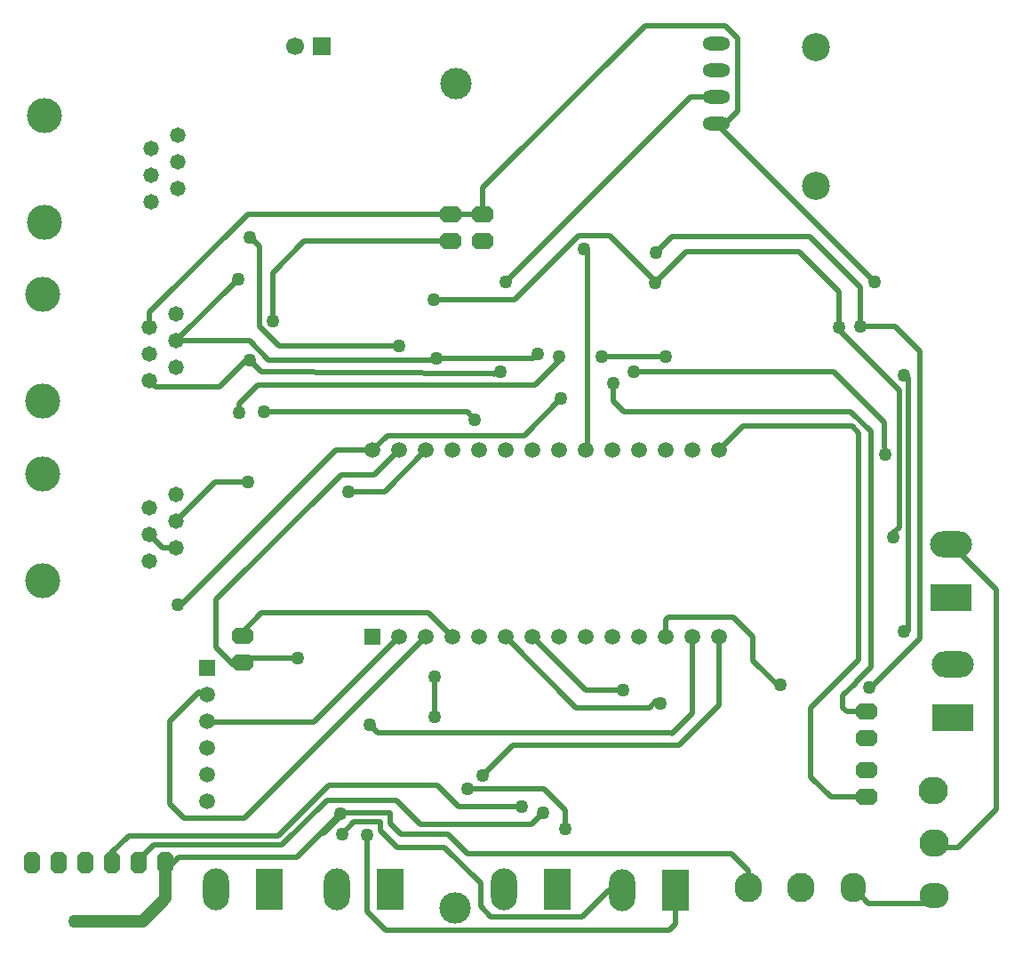
<source format=gbl>
%FSTAX25Y25*%
%MOIN*%
%SFA1B1*%

%IPPOS*%
%AMD65*
4,1,8,-0.025000,-0.030000,0.025000,-0.030000,0.040000,-0.015000,0.040000,0.015000,0.025000,0.030000,-0.025000,0.030000,-0.040000,0.015000,-0.040000,-0.015000,-0.025000,-0.030000,0.0*
%
%AMD68*
4,1,8,0.030000,-0.025000,0.030000,0.025000,0.015000,0.040000,-0.015000,0.040000,-0.030000,0.025000,-0.030000,-0.025000,-0.015000,-0.040000,0.015000,-0.040000,0.030000,-0.025000,0.0*
%
%ADD50C,0.058000*%
%ADD55C,0.047240*%
%ADD59C,0.019680*%
%ADD60C,0.118110*%
%ADD61O,0.102990X0.051500*%
%ADD62O,0.110240X0.102360*%
%ADD63O,0.110240X0.094490*%
%ADD64C,0.105120*%
G04~CAMADD=65~4~0.0~0.0~800.0~600.0~0.0~150.0~0~0.0~0.0~0.0~0.0~0~0.0~0.0~0.0~0.0~0~0.0~0.0~0.0~180.0~800.0~600.0*
%ADD65D65*%
%ADD66R,0.157480X0.098430*%
%ADD67O,0.157480X0.098430*%
G04~CAMADD=68~4~0.0~0.0~800.0~600.0~0.0~150.0~0~0.0~0.0~0.0~0.0~0~0.0~0.0~0.0~0.0~0~0.0~0.0~0.0~270.0~600.0~800.0*
%ADD68D68*%
%ADD69O,0.098430X0.157480*%
%ADD70R,0.098430X0.157480*%
%ADD71O,0.102360X0.110240*%
%ADD72O,0.094490X0.110240*%
%ADD73R,0.066930X0.066930*%
%ADD74C,0.066930*%
%ADD75C,0.131000*%
%ADD76C,0.059060*%
%ADD77R,0.059060X0.059060*%
%ADD78R,0.059060X0.059060*%
%ADD79C,0.059060*%
%ADD80C,0.050000*%
%LNmulti-sensor_datalogger-1*%
%LPD*%
G54D50*
X0072Y0291D03*
X0082Y0296D03*
X0072Y0301D03*
X0082Y0306D03*
X0072Y0311D03*
X0082Y0316D03*
X00715Y0224D03*
X00815Y0229D03*
X00715Y0234D03*
X00815Y0239D03*
X00715Y0244D03*
X00815Y0249D03*
X00715Y01565D03*
X00815Y01615D03*
X00715Y01665D03*
X00815Y01715D03*
X00715Y01765D03*
X00815Y01815D03*
G54D55*
X00435Y00215D02*
X0069D01*
X00775Y003*
Y00435*
G54D59*
X01906Y02124D02*
X01935Y02095D01*
X01142Y02124D02*
X01906D01*
X0112Y02225D02*
X0200845D01*
X0105Y02155D02*
X0112Y02225D01*
X0200845D02*
X0200904Y0222441D01*
X01935Y02095D02*
Y02105D01*
X0133Y0096D02*
X0165Y0128D01*
X0093Y0096D02*
X0133D01*
X02745Y03305D02*
X0284D01*
X025475Y031075D02*
X02745Y03305D01*
X0205Y0261D02*
X025475Y031075D01*
X0178Y02544D02*
X0208245D01*
X0244Y02785D02*
X02613Y02612D01*
X0236655Y02785D02*
X0244D01*
X0232404Y0278559D02*
X0236596D01*
X0208245Y02544D02*
X0232404Y0278559D01*
X0236596D02*
X0236655Y02785D01*
X02345Y02735D02*
X0235543Y0272457D01*
Y0198D02*
Y0272457D01*
X0259Y01015D02*
X02615Y0104D01*
X02315Y01015D02*
X0259D01*
X0205Y0128D02*
X02315Y01015D01*
X0235Y0108D02*
X02485D01*
X0215Y0128D02*
X0235Y0108D01*
X0107Y006D02*
X0175Y0128D01*
X0079Y00965D02*
X009Y01075D01*
X0079Y00655D02*
Y00965D01*
Y00655D02*
X00845Y006D01*
X0107*
X0057Y0047D02*
X0063602Y0053602D01*
X0073059Y0050059D02*
X012107D01*
X0137911Y00669D02*
X0164046D01*
X012107Y0050059D02*
X0137911Y00669D01*
X01386Y00726D02*
X01792D01*
X0119602Y0053602D02*
X01386Y00726D01*
X0063602Y0053602D02*
X0119602D01*
X0067Y0044D02*
X0073059Y0050059D01*
X01267Y00455D02*
X01429Y00617D01*
X00825Y00455D02*
X01267D01*
X029775Y011925D02*
Y012825D01*
X02905Y01355D02*
X029775Y012825D01*
X0266Y01355D02*
X02905D01*
X01906Y00712D02*
X0190759Y0071041D01*
X0190599Y0046901D02*
X0289571D01*
X0187384Y0064416D02*
X0210989D01*
X0214741Y0057841D02*
X02191Y00622D01*
X0173105Y0057841D02*
X0214741D01*
X01792Y00726D02*
X0187384Y0064416D01*
X0219459Y0071041D02*
X02275Y0063D01*
X0183203Y0054298D02*
X0190599Y0046901D01*
X0165592Y0054298D02*
X0183203D01*
X0190759Y0071041D02*
X0219459D01*
X02275Y0056D02*
Y0063D01*
X0164046Y00669D02*
X0173105Y0057841D01*
X01821Y00492D02*
X01956Y00357D01*
X0164359Y00492D02*
X01821D01*
X0275Y00995D02*
Y0128D01*
X0265Y01345D02*
X0266Y01355D01*
X0265Y0128D02*
Y01345D01*
X0319Y0278D02*
X0338Y0259D01*
Y02445D02*
Y0259D01*
X0105Y0212D02*
Y02155D01*
X0272659Y0272559D02*
X0314941D01*
X02613Y02612D02*
X0272659Y0272559D01*
X0314941D02*
X033Y02575D01*
X02675Y0278D02*
X0319D01*
X02615Y0272D02*
X02675Y0278D01*
X0106Y01295D02*
X01135Y0137D01*
X0176D02*
X0185Y0128D01*
X01135Y0137D02*
X0176D01*
X0215386Y0232559D02*
X0217Y0234173D01*
X0179059Y0232559D02*
X0215386D01*
X0179Y02325D02*
X0179059Y0232559D01*
X0215941Y0222441D02*
X0226Y02325D01*
X0200904Y0222441D02*
X0215941D01*
X0178441Y0231941D02*
X0179Y02325D01*
X0116114Y0231941D02*
X0178441D01*
X0109055Y0239D02*
X0116114Y0231941D01*
X00815Y0239D02*
X0109055D01*
X01606Y02036D02*
X02119D01*
X0155Y0198D02*
X01606Y02036D01*
X0113519Y0227328D02*
X0194265Y0226847D01*
X01091Y02318D02*
X0113519Y0227328D01*
X0217Y0233345D02*
Y0234173D01*
X0216555Y02329D02*
X0217Y0233345D01*
X0201611Y02275D02*
X0203D01*
X0200611Y02265D02*
X0201611Y02275D01*
X0200265Y0226847D02*
X0200611Y02265D01*
X02119Y02036D02*
X02257Y02174D01*
X0194265Y0226847D02*
X0200265D01*
X0109Y0278D02*
X0112541Y0274459D01*
Y0244504D02*
Y0274459D01*
Y0244504D02*
X0120045Y0237D01*
X0165*
X0226Y02325D02*
Y0233D01*
X0261Y02609D02*
X02613Y02612D01*
X02645Y02335D02*
X0265Y0233D01*
X02872Y03573D02*
X0292Y03525D01*
Y0325D02*
Y03525D01*
X02875Y03205D02*
X0292Y0325D01*
X0284Y03205D02*
X02875D01*
X0284D02*
X03435Y0261D01*
X00978Y02218D02*
X0108Y0232D01*
X0136595Y00545D02*
X0144397Y0062303D01*
X01357Y00545D02*
X0136595D01*
X02438Y00332D02*
X0248846D01*
X025742Y03573D02*
X02872D01*
X01965Y029638D02*
X025742Y03573D01*
X01965Y02865D02*
Y029638D01*
X0144397Y0062303D02*
X0161603D01*
Y0058287D02*
Y0062303D01*
X0289571Y0046901D02*
X0295972Y00405D01*
Y0033984D02*
Y00405D01*
X0155779Y0188779D02*
X0165Y0198D01*
X00815Y01715D02*
X0096Y0186D01*
X01085*
X0268846Y00205D02*
Y003311D01*
X0266346Y0018D02*
X0268846Y00205D01*
X016Y0018D02*
X0266346D01*
X0153Y0025D02*
X016Y0018D01*
X0153Y0025D02*
Y00537D01*
X00765Y01615D02*
X00815D01*
X00715Y01665D02*
X00765Y01615D01*
X01461Y01826D02*
X01596D01*
X0175Y0198*
X0248846Y003311D02*
Y00332D01*
X02337Y00231D02*
X02438Y00332D01*
X01995Y00231D02*
X02337D01*
X01956Y0027D02*
X01995Y00231D01*
X01956Y0027D02*
Y00357D01*
X0158059Y00555D02*
X0164359Y00492D01*
X0158059Y00555D02*
Y0058759D01*
X0148159D02*
X0158059D01*
X01437Y00543D02*
X0148159Y0058759D01*
X01412Y0198D02*
X0155D01*
X00737Y02218D02*
X00978D01*
X00715Y0224D02*
X00737Y02218D01*
X01176Y02466D02*
Y02646D01*
X01295Y02765*
X01845*
X00815Y0239D02*
X010455Y026205D01*
X00715Y0244D02*
Y02497D01*
X01083Y02865*
X01845*
X01965*
X029775Y011925D02*
X0308Y0109D01*
X0235Y0198D02*
X0235543D01*
X03195Y00755D02*
Y01015D01*
Y00755D02*
X0327Y0068D01*
X03405*
X0336441Y0110941D02*
Y0111095D01*
X03315Y0106D02*
X0336441Y0110941D01*
X03315Y01015D02*
Y0106D01*
Y01015D02*
X0333Y01D01*
X03405*
X0338Y02445D02*
X0351D01*
X0285Y0198D02*
X0294Y0207D01*
X0334989*
X033Y0243D02*
Y0244D01*
Y02575*
X0342Y0109D02*
X03605Y01275D01*
Y0235*
X0351Y02445D02*
X03605Y0235D01*
X0264Y0233D02*
X02645Y02335D01*
X0241Y0233D02*
X0264D01*
X02495Y02125D02*
X03345D01*
X02455Y02165D02*
Y0223D01*
Y02165D02*
X02495Y02125D01*
X0143279Y0188779D02*
X0155779D01*
X02615Y0104D02*
X02625Y0103D01*
X0263*
X0103Y01175D02*
X0104Y01185D01*
X00965Y0124D02*
X0103Y01175D01*
X00965Y0124D02*
Y0142D01*
X0143279Y0188779*
X0104Y01185D02*
X01065D01*
X01782Y0098D02*
Y01118D01*
X0108Y012D02*
X0127D01*
X01065Y01185D02*
X0108Y012D01*
X0057Y0046D02*
Y0047D01*
X026725Y009175D02*
X0275Y00995D01*
X0154Y0095D02*
X0157Y0092D01*
X0267*
X0285Y01025D02*
Y0128D01*
X01962Y00761D02*
X02076Y00875D01*
X027*
X0285Y01025*
X0253Y02275D02*
X0327957D01*
X03195Y01015D02*
X03375Y01195D01*
Y0204489*
X0334989Y0207D02*
X03375Y0204489D01*
X0336441Y0111095D02*
X0342Y0116655D01*
Y0205*
X03345Y02125D02*
X0342Y0205D01*
X03505Y01655D02*
Y0167D01*
X0327957Y02275D02*
X0347Y0208457D01*
Y0199D02*
Y0208457D01*
X034111Y0028236D02*
X0369083D01*
X0356102Y0130602D02*
Y0225093D01*
X0352559Y0169059D02*
Y0220441D01*
X03505Y0167D02*
X0352559Y0169059D01*
X033Y0243D02*
X0352559Y0220441D01*
X03555Y013D02*
X0356102Y0130602D01*
X03555Y0225695D02*
X0356102Y0225093D01*
X037211Y0162654D02*
X0389Y0145764D01*
Y0063358D02*
Y0145764D01*
X0374642Y0049D02*
X0389Y0063358D01*
X0335264Y0034083D02*
X034111Y0028236D01*
X0365Y0049D02*
X0374642D01*
X0161603Y0058287D02*
X0165592Y0054298D01*
X0079Y0042D02*
X00825Y00455D01*
X00827Y01395D02*
X01412Y0198D01*
G54D60*
X01865Y03355D03*
X0186Y00265D03*
G54D61*
X0284Y03505D03*
Y03405D03*
Y03305D03*
Y03205D03*
G54D62*
X0365583Y0050941D03*
X0365484Y0070527D03*
G54D63*
X0365583Y0031236D03*
G54D64*
X03215Y0296996D03*
Y0349004D03*
G54D65*
X01065Y01285D03*
Y01185D03*
X03405Y01D03*
Y009D03*
Y0068D03*
Y0078D03*
X01845Y02865D03*
Y02765D03*
X01965Y02865D03*
Y02765D03*
G54D66*
X037261Y0097654D03*
X037211Y0142654D03*
G54D67*
X037261Y0117654D03*
X037211Y0162654D03*
G54D68*
X00375Y00435D03*
X00275D03*
X00475D03*
X00575D03*
X00675D03*
X00775D03*
G54D69*
X0096346Y003361D03*
X0248846Y003311D03*
X0204346Y003361D03*
X0141846D03*
G54D70*
X0116346Y003361D03*
X0268846Y003311D03*
X0224346Y003361D03*
X0161846D03*
G54D71*
X0295972Y0033984D03*
X0315559Y0034083D03*
G54D72*
X0335264Y0034083D03*
G54D73*
X0136Y03495D03*
G54D74*
X0126Y03495D03*
G54D75*
X0032Y02835D03*
Y03235D03*
X00315Y02165D03*
Y02565D03*
Y0149D03*
Y0189D03*
G54D76*
X0285Y0198D03*
X0275D03*
X0265D03*
X0255D03*
X0245D03*
X0235D03*
X0225D03*
X0215D03*
X0205D03*
X0195D03*
X0185D03*
X0175D03*
X0165D03*
X0285Y0128D03*
X0275D03*
X0265D03*
X0255D03*
X0245D03*
X0235D03*
X0225D03*
X0215D03*
X0205D03*
X0195D03*
X0185D03*
X0175D03*
X0165D03*
X0155Y0198D03*
G54D77*
X0155Y0128D03*
G54D78*
X0093Y01165D03*
G54D79*
X0093Y01065D03*
Y00965D03*
Y00865D03*
Y00765D03*
Y00665D03*
G54D80*
X01935Y02095D03*
X0205Y0261D03*
X02345Y02735D03*
X0249Y0108D03*
X02275Y0056D03*
X01906Y00712D03*
X0210989Y0064416D03*
X02191Y00622D03*
X01962Y00761D03*
X0338Y02445D03*
X033Y0244D03*
X01085Y0186D03*
X0105Y0212D03*
X0217Y0234173D03*
X0179Y02325D03*
X0203Y02275D03*
X0109Y02779D03*
X0165Y0237D03*
X0225Y0233D03*
X0261Y02609D03*
X02615Y0272D03*
X0178Y02544D03*
X0265Y0233D03*
X03435Y0261D03*
X01782Y0098D03*
X0154Y0095D03*
X01142Y02124D03*
X02257Y02174D03*
X0153Y00537D03*
X01461Y01826D03*
X01429Y00617D03*
X01437Y00543D03*
X01091Y02318D03*
X01176Y02466D03*
X010455Y026205D03*
X0308Y011D03*
X03415Y0109D03*
X03545Y0226D03*
Y013D03*
X0241Y0233D03*
X02455Y0223D03*
X0253Y02275D03*
X0263Y0103D03*
X0127Y012D03*
X01785Y0113D03*
X03505Y01655D03*
X03475Y01965D03*
X00435Y00215D03*
X0082Y014D03*
M02*
</source>
